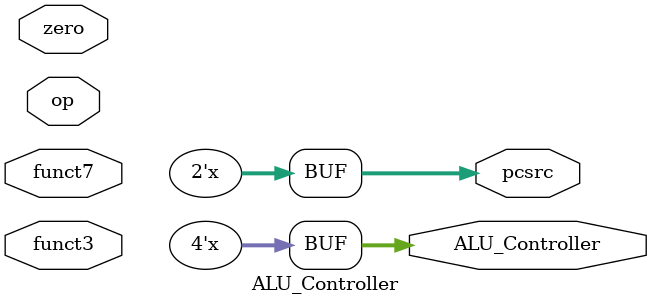
<source format=v>
`define R_TYPE 7'b0110011
`define I_TYPE 7'b0010011
`define S_TYPE 7'b0100011
`define B_TYPE 7'b1100011
`define J_TYPE 7'b1101111
`define U_TYPE 7'b0110111


module ALU_Controller(zero,funct3,funct7,op,ALU_Controller,pcsrc);
    input zero;
    input [2:0] funct3;
    input [6:0] funct7;
    input [3:0] op;
    output reg [3:0] ALU_Controller;
    output reg [1:0] pcsrc;

    always@(funct3,funct7,op) begin
        case(op)
            `R_TYPE:begin
                case(funct3)
                    2'h00:begin
                        if(funct7==2) ALU_Controller=3'b000; //add
                        else if(funct7==2'h20) ALU_Controller=3'b001; //sub
                    end
                    2'h06: if(funct7==2'h00) ALU_Controller=3'b011; //or
                    2'h07: if(funct7==2'h00) ALU_Controller=3'b010; //and
                    2'h02: if(funct7==2'h00) ALU_Controller=3'b101; //slt
                endcase
            end
           `I_TYPE: begin
                case(funct3)
                    2'h0: ALU_Controller = 3'b000; // addi, jalr
                    2'h6: ALU_Controller = 3'b011; // ori
                    2'h2: ALU_Controller = 3'b101; // slti, lw 
                    2'h7: ALU_Controller = 3'b010; // andi
                endcase
           end
           `S_TYPE:begin
                case(funct3)
                    2'h0: ALU_Controller = 3'b000; // sw 
                endcase
           end
            `B_TYPE:begin
                case(funct3)
                    2'h0:begin // beq
                        ALU_Controller = 3'b001; 
                        pcsrc = zero? 2'b01 : 2'b00; 
                    end
                    2'h1:begin // bne
                        ALU_Controller = 3'b001; 
                        pcsrc = zero? 2'b00 : 2'b01; 
                    end
                endcase
            end
            `U_TYPE:
                ALU_Controller = 3'b110; // lui
        endcase
end

endmodule

</source>
